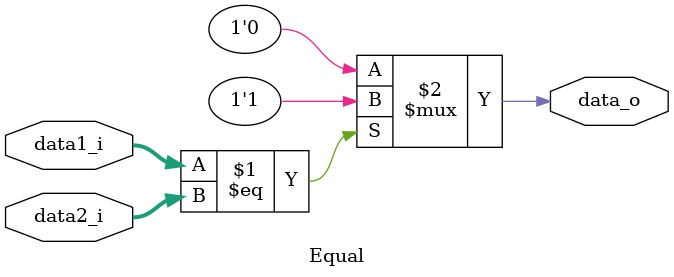
<source format=v>
module Equal(
   data1_i,
   data2_i,
   data_o 
);

input    [31:0]   data1_i, data2_i;
output            data_o;

assign data_o = (data1_i == data2_i)? 1'b1 : 1'b0;

endmodule

</source>
